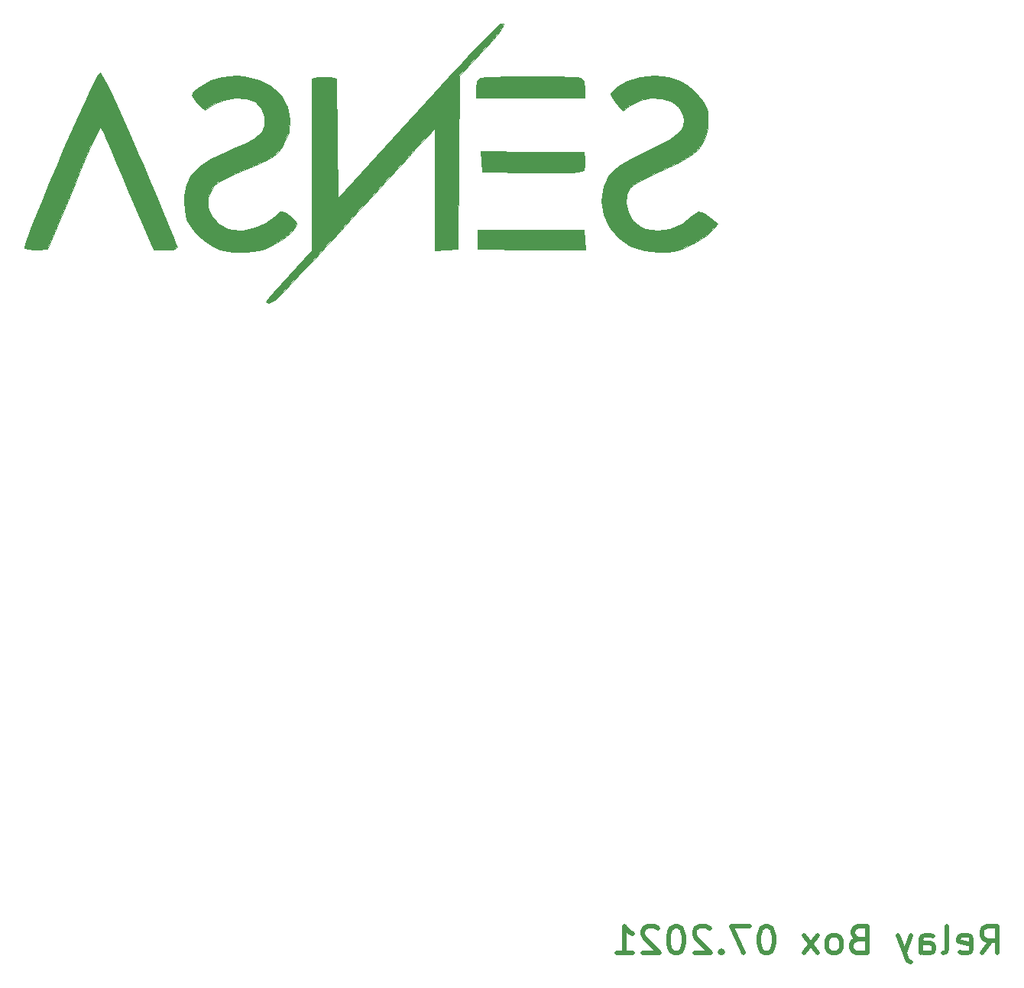
<source format=gbr>
%TF.GenerationSoftware,KiCad,Pcbnew,(5.1.9)-1*%
%TF.CreationDate,2021-07-24T23:41:22+02:00*%
%TF.ProjectId,RelayControls-HPK,52656c61-7943-46f6-9e74-726f6c732d48,V0.1*%
%TF.SameCoordinates,Original*%
%TF.FileFunction,Legend,Bot*%
%TF.FilePolarity,Positive*%
%FSLAX46Y46*%
G04 Gerber Fmt 4.6, Leading zero omitted, Abs format (unit mm)*
G04 Created by KiCad (PCBNEW (5.1.9)-1) date 2021-07-24 23:41:22*
%MOMM*%
%LPD*%
G01*
G04 APERTURE LIST*
%ADD10C,0.500000*%
%ADD11C,0.010000*%
G04 APERTURE END LIST*
D10*
X174035714Y-201857142D02*
X175035714Y-200428571D01*
X175750000Y-201857142D02*
X175750000Y-198857142D01*
X174607142Y-198857142D01*
X174321428Y-199000000D01*
X174178571Y-199142857D01*
X174035714Y-199428571D01*
X174035714Y-199857142D01*
X174178571Y-200142857D01*
X174321428Y-200285714D01*
X174607142Y-200428571D01*
X175750000Y-200428571D01*
X171607142Y-201714285D02*
X171892857Y-201857142D01*
X172464285Y-201857142D01*
X172750000Y-201714285D01*
X172892857Y-201428571D01*
X172892857Y-200285714D01*
X172750000Y-200000000D01*
X172464285Y-199857142D01*
X171892857Y-199857142D01*
X171607142Y-200000000D01*
X171464285Y-200285714D01*
X171464285Y-200571428D01*
X172892857Y-200857142D01*
X169750000Y-201857142D02*
X170035714Y-201714285D01*
X170178571Y-201428571D01*
X170178571Y-198857142D01*
X167321428Y-201857142D02*
X167321428Y-200285714D01*
X167464285Y-200000000D01*
X167750000Y-199857142D01*
X168321428Y-199857142D01*
X168607142Y-200000000D01*
X167321428Y-201714285D02*
X167607142Y-201857142D01*
X168321428Y-201857142D01*
X168607142Y-201714285D01*
X168750000Y-201428571D01*
X168750000Y-201142857D01*
X168607142Y-200857142D01*
X168321428Y-200714285D01*
X167607142Y-200714285D01*
X167321428Y-200571428D01*
X166178571Y-199857142D02*
X165464285Y-201857142D01*
X164750000Y-199857142D02*
X165464285Y-201857142D01*
X165750000Y-202571428D01*
X165892857Y-202714285D01*
X166178571Y-202857142D01*
X160321428Y-200285714D02*
X159892857Y-200428571D01*
X159750000Y-200571428D01*
X159607142Y-200857142D01*
X159607142Y-201285714D01*
X159750000Y-201571428D01*
X159892857Y-201714285D01*
X160178571Y-201857142D01*
X161321428Y-201857142D01*
X161321428Y-198857142D01*
X160321428Y-198857142D01*
X160035714Y-199000000D01*
X159892857Y-199142857D01*
X159750000Y-199428571D01*
X159750000Y-199714285D01*
X159892857Y-200000000D01*
X160035714Y-200142857D01*
X160321428Y-200285714D01*
X161321428Y-200285714D01*
X157892857Y-201857142D02*
X158178571Y-201714285D01*
X158321428Y-201571428D01*
X158464285Y-201285714D01*
X158464285Y-200428571D01*
X158321428Y-200142857D01*
X158178571Y-200000000D01*
X157892857Y-199857142D01*
X157464285Y-199857142D01*
X157178571Y-200000000D01*
X157035714Y-200142857D01*
X156892857Y-200428571D01*
X156892857Y-201285714D01*
X157035714Y-201571428D01*
X157178571Y-201714285D01*
X157464285Y-201857142D01*
X157892857Y-201857142D01*
X155892857Y-201857142D02*
X154321428Y-199857142D01*
X155892857Y-199857142D02*
X154321428Y-201857142D01*
X150321428Y-198857142D02*
X150035714Y-198857142D01*
X149750000Y-199000000D01*
X149607142Y-199142857D01*
X149464285Y-199428571D01*
X149321428Y-200000000D01*
X149321428Y-200714285D01*
X149464285Y-201285714D01*
X149607142Y-201571428D01*
X149750000Y-201714285D01*
X150035714Y-201857142D01*
X150321428Y-201857142D01*
X150607142Y-201714285D01*
X150750000Y-201571428D01*
X150892857Y-201285714D01*
X151035714Y-200714285D01*
X151035714Y-200000000D01*
X150892857Y-199428571D01*
X150750000Y-199142857D01*
X150607142Y-199000000D01*
X150321428Y-198857142D01*
X148321428Y-198857142D02*
X146321428Y-198857142D01*
X147607142Y-201857142D01*
X145178571Y-201571428D02*
X145035714Y-201714285D01*
X145178571Y-201857142D01*
X145321428Y-201714285D01*
X145178571Y-201571428D01*
X145178571Y-201857142D01*
X143892857Y-199142857D02*
X143750000Y-199000000D01*
X143464285Y-198857142D01*
X142750000Y-198857142D01*
X142464285Y-199000000D01*
X142321428Y-199142857D01*
X142178571Y-199428571D01*
X142178571Y-199714285D01*
X142321428Y-200142857D01*
X144035714Y-201857142D01*
X142178571Y-201857142D01*
X140321428Y-198857142D02*
X140035714Y-198857142D01*
X139750000Y-199000000D01*
X139607142Y-199142857D01*
X139464285Y-199428571D01*
X139321428Y-200000000D01*
X139321428Y-200714285D01*
X139464285Y-201285714D01*
X139607142Y-201571428D01*
X139750000Y-201714285D01*
X140035714Y-201857142D01*
X140321428Y-201857142D01*
X140607142Y-201714285D01*
X140750000Y-201571428D01*
X140892857Y-201285714D01*
X141035714Y-200714285D01*
X141035714Y-200000000D01*
X140892857Y-199428571D01*
X140750000Y-199142857D01*
X140607142Y-199000000D01*
X140321428Y-198857142D01*
X138178571Y-199142857D02*
X138035714Y-199000000D01*
X137750000Y-198857142D01*
X137035714Y-198857142D01*
X136750000Y-199000000D01*
X136607142Y-199142857D01*
X136464285Y-199428571D01*
X136464285Y-199714285D01*
X136607142Y-200142857D01*
X138321428Y-201857142D01*
X136464285Y-201857142D01*
X133607142Y-201857142D02*
X135321428Y-201857142D01*
X134464285Y-201857142D02*
X134464285Y-198857142D01*
X134750000Y-199285714D01*
X135035714Y-199571428D01*
X135321428Y-199714285D01*
D11*
%TO.C,G\u002A\u002A\u002A*%
G36*
X122761815Y-104632384D02*
G01*
X121315087Y-104648155D01*
X120057400Y-104675795D01*
X119092131Y-104715306D01*
X118522659Y-104766686D01*
X118437131Y-104787026D01*
X118113770Y-105180371D01*
X118014211Y-105990184D01*
X118014211Y-107031052D01*
X130045790Y-107031052D01*
X130045790Y-105990184D01*
X129936386Y-105152363D01*
X129622870Y-104787026D01*
X129212835Y-104731578D01*
X128371574Y-104688000D01*
X127202463Y-104656291D01*
X125808881Y-104636452D01*
X124294205Y-104628483D01*
X122761815Y-104632384D01*
G37*
X122761815Y-104632384D02*
X121315087Y-104648155D01*
X120057400Y-104675795D01*
X119092131Y-104715306D01*
X118522659Y-104766686D01*
X118437131Y-104787026D01*
X118113770Y-105180371D01*
X118014211Y-105990184D01*
X118014211Y-107031052D01*
X130045790Y-107031052D01*
X130045790Y-105990184D01*
X129936386Y-105152363D01*
X129622870Y-104787026D01*
X129212835Y-104731578D01*
X128371574Y-104688000D01*
X127202463Y-104656291D01*
X125808881Y-104636452D01*
X124294205Y-104628483D01*
X122761815Y-104632384D01*
G36*
X118600155Y-114044111D02*
G01*
X118682632Y-115185789D01*
X124236829Y-115258075D01*
X126141336Y-115277456D01*
X127575807Y-115277001D01*
X128604694Y-115253186D01*
X129292449Y-115202490D01*
X129703523Y-115121390D01*
X129902369Y-115006363D01*
X129938347Y-114946450D01*
X130019145Y-114404505D01*
X129998886Y-113804690D01*
X129912106Y-113046842D01*
X124214892Y-112974637D01*
X118517677Y-112902432D01*
X118600155Y-114044111D01*
G37*
X118600155Y-114044111D02*
X118682632Y-115185789D01*
X124236829Y-115258075D01*
X126141336Y-115277456D01*
X127575807Y-115277001D01*
X128604694Y-115253186D01*
X129292449Y-115202490D01*
X129703523Y-115121390D01*
X129902369Y-115006363D01*
X129938347Y-114946450D01*
X130019145Y-114404505D01*
X129998886Y-113804690D01*
X129912106Y-113046842D01*
X124214892Y-112974637D01*
X118517677Y-112902432D01*
X118600155Y-114044111D01*
G36*
X76116644Y-104460789D02*
G01*
X75750891Y-105129027D01*
X75241019Y-106163779D01*
X74614727Y-107500428D01*
X73899716Y-109074356D01*
X73123685Y-110820945D01*
X72314335Y-112675577D01*
X71499366Y-114573635D01*
X70706477Y-116450500D01*
X69963369Y-118241555D01*
X69297741Y-119882182D01*
X68737294Y-121307764D01*
X68309728Y-122453682D01*
X68042742Y-123255318D01*
X67964037Y-123648055D01*
X67973553Y-123672079D01*
X68367602Y-123800534D01*
X69072289Y-123838972D01*
X69367121Y-123825569D01*
X70523209Y-123741579D01*
X73345820Y-116990526D01*
X74091478Y-115221566D01*
X74775765Y-113625780D01*
X75370586Y-112266487D01*
X75847848Y-111207007D01*
X76179455Y-110510658D01*
X76337313Y-110240761D01*
X76341238Y-110239473D01*
X76534605Y-110464032D01*
X76823395Y-111031565D01*
X76961931Y-111358854D01*
X77195557Y-111928086D01*
X77601607Y-112901858D01*
X78143294Y-114192602D01*
X78783828Y-115712749D01*
X79486420Y-117374730D01*
X79826254Y-118176749D01*
X82242689Y-123875263D01*
X83551608Y-123875263D01*
X84439425Y-123813768D01*
X84833888Y-123624420D01*
X84860527Y-123529464D01*
X84757994Y-123214088D01*
X84465728Y-122463538D01*
X84006731Y-121333243D01*
X83404003Y-119878630D01*
X82680543Y-118155125D01*
X81859352Y-116218156D01*
X80963431Y-114123150D01*
X80783158Y-113703675D01*
X79563638Y-110891825D01*
X78537223Y-108576221D01*
X77702956Y-106754829D01*
X77059876Y-105425616D01*
X76607025Y-104586548D01*
X76343443Y-104235592D01*
X76310578Y-104223684D01*
X76116644Y-104460789D01*
G37*
X76116644Y-104460789D02*
X75750891Y-105129027D01*
X75241019Y-106163779D01*
X74614727Y-107500428D01*
X73899716Y-109074356D01*
X73123685Y-110820945D01*
X72314335Y-112675577D01*
X71499366Y-114573635D01*
X70706477Y-116450500D01*
X69963369Y-118241555D01*
X69297741Y-119882182D01*
X68737294Y-121307764D01*
X68309728Y-122453682D01*
X68042742Y-123255318D01*
X67964037Y-123648055D01*
X67973553Y-123672079D01*
X68367602Y-123800534D01*
X69072289Y-123838972D01*
X69367121Y-123825569D01*
X70523209Y-123741579D01*
X73345820Y-116990526D01*
X74091478Y-115221566D01*
X74775765Y-113625780D01*
X75370586Y-112266487D01*
X75847848Y-111207007D01*
X76179455Y-110510658D01*
X76337313Y-110240761D01*
X76341238Y-110239473D01*
X76534605Y-110464032D01*
X76823395Y-111031565D01*
X76961931Y-111358854D01*
X77195557Y-111928086D01*
X77601607Y-112901858D01*
X78143294Y-114192602D01*
X78783828Y-115712749D01*
X79486420Y-117374730D01*
X79826254Y-118176749D01*
X82242689Y-123875263D01*
X83551608Y-123875263D01*
X84439425Y-123813768D01*
X84833888Y-123624420D01*
X84860527Y-123529464D01*
X84757994Y-123214088D01*
X84465728Y-122463538D01*
X84006731Y-121333243D01*
X83404003Y-119878630D01*
X82680543Y-118155125D01*
X81859352Y-116218156D01*
X80963431Y-114123150D01*
X80783158Y-113703675D01*
X79563638Y-110891825D01*
X78537223Y-108576221D01*
X77702956Y-106754829D01*
X77059876Y-105425616D01*
X76607025Y-104586548D01*
X76343443Y-104235592D01*
X76310578Y-104223684D01*
X76116644Y-104460789D01*
G36*
X118147895Y-123741579D02*
G01*
X124112468Y-123813578D01*
X130077040Y-123885577D01*
X129912106Y-121602631D01*
X118147895Y-121602631D01*
X118147895Y-123741579D01*
G37*
X118147895Y-123741579D02*
X124112468Y-123813578D01*
X130077040Y-123885577D01*
X129912106Y-121602631D01*
X118147895Y-121602631D01*
X118147895Y-123741579D01*
G36*
X89881857Y-104679889D02*
G01*
X88606180Y-105058597D01*
X87338222Y-105774751D01*
X87335511Y-105776582D01*
X86693510Y-106286537D01*
X86520646Y-106722688D01*
X86806415Y-107228873D01*
X87200000Y-107632097D01*
X87935263Y-108333186D01*
X89004737Y-107683489D01*
X90100327Y-107228924D01*
X91349721Y-107028961D01*
X92553735Y-107093666D01*
X93513182Y-107433103D01*
X93545900Y-107454005D01*
X94204214Y-108163849D01*
X94572049Y-109121358D01*
X94572834Y-110097847D01*
X94505749Y-110320662D01*
X94279497Y-110765276D01*
X93915149Y-111164090D01*
X93331145Y-111569521D01*
X92445925Y-112033983D01*
X91177929Y-112609891D01*
X90464626Y-112917704D01*
X88657570Y-113779574D01*
X87326789Y-114642800D01*
X86417305Y-115569699D01*
X85874144Y-116622585D01*
X85642329Y-117863775D01*
X85624436Y-118404053D01*
X85715250Y-119457897D01*
X85946212Y-120453668D01*
X86079240Y-120795543D01*
X86813870Y-121873018D01*
X87877791Y-122868775D01*
X89072778Y-123613534D01*
X89635310Y-123832335D01*
X90970021Y-124071008D01*
X92484293Y-124097623D01*
X93912626Y-123917501D01*
X94561606Y-123733629D01*
X95557305Y-123266940D01*
X96578485Y-122627661D01*
X97447815Y-121939641D01*
X97973221Y-121350949D01*
X98130792Y-120955372D01*
X97962256Y-120602023D01*
X97527983Y-120215824D01*
X96835095Y-119737088D01*
X96336970Y-119650563D01*
X95869316Y-119952200D01*
X95663544Y-120169866D01*
X94745834Y-120886935D01*
X93516433Y-121429261D01*
X92191108Y-121710030D01*
X91784803Y-121730444D01*
X90512448Y-121529485D01*
X89454328Y-120972961D01*
X88683443Y-120149796D01*
X88272796Y-119148917D01*
X88295388Y-118059250D01*
X88430875Y-117644876D01*
X88679977Y-117116833D01*
X88983101Y-116701500D01*
X89433841Y-116334250D01*
X90125788Y-115950459D01*
X91152534Y-115485500D01*
X92193534Y-115046749D01*
X93661785Y-114420788D01*
X94722363Y-113921422D01*
X95469097Y-113489668D01*
X95995815Y-113066543D01*
X96396347Y-112593062D01*
X96608155Y-112271568D01*
X97241125Y-110813275D01*
X97386128Y-109367537D01*
X97087310Y-107999811D01*
X96388818Y-106775556D01*
X95334796Y-105760230D01*
X93969393Y-105019288D01*
X92336753Y-104618191D01*
X91411053Y-104565590D01*
X89881857Y-104679889D01*
G37*
X89881857Y-104679889D02*
X88606180Y-105058597D01*
X87338222Y-105774751D01*
X87335511Y-105776582D01*
X86693510Y-106286537D01*
X86520646Y-106722688D01*
X86806415Y-107228873D01*
X87200000Y-107632097D01*
X87935263Y-108333186D01*
X89004737Y-107683489D01*
X90100327Y-107228924D01*
X91349721Y-107028961D01*
X92553735Y-107093666D01*
X93513182Y-107433103D01*
X93545900Y-107454005D01*
X94204214Y-108163849D01*
X94572049Y-109121358D01*
X94572834Y-110097847D01*
X94505749Y-110320662D01*
X94279497Y-110765276D01*
X93915149Y-111164090D01*
X93331145Y-111569521D01*
X92445925Y-112033983D01*
X91177929Y-112609891D01*
X90464626Y-112917704D01*
X88657570Y-113779574D01*
X87326789Y-114642800D01*
X86417305Y-115569699D01*
X85874144Y-116622585D01*
X85642329Y-117863775D01*
X85624436Y-118404053D01*
X85715250Y-119457897D01*
X85946212Y-120453668D01*
X86079240Y-120795543D01*
X86813870Y-121873018D01*
X87877791Y-122868775D01*
X89072778Y-123613534D01*
X89635310Y-123832335D01*
X90970021Y-124071008D01*
X92484293Y-124097623D01*
X93912626Y-123917501D01*
X94561606Y-123733629D01*
X95557305Y-123266940D01*
X96578485Y-122627661D01*
X97447815Y-121939641D01*
X97973221Y-121350949D01*
X98130792Y-120955372D01*
X97962256Y-120602023D01*
X97527983Y-120215824D01*
X96835095Y-119737088D01*
X96336970Y-119650563D01*
X95869316Y-119952200D01*
X95663544Y-120169866D01*
X94745834Y-120886935D01*
X93516433Y-121429261D01*
X92191108Y-121710030D01*
X91784803Y-121730444D01*
X90512448Y-121529485D01*
X89454328Y-120972961D01*
X88683443Y-120149796D01*
X88272796Y-119148917D01*
X88295388Y-118059250D01*
X88430875Y-117644876D01*
X88679977Y-117116833D01*
X88983101Y-116701500D01*
X89433841Y-116334250D01*
X90125788Y-115950459D01*
X91152534Y-115485500D01*
X92193534Y-115046749D01*
X93661785Y-114420788D01*
X94722363Y-113921422D01*
X95469097Y-113489668D01*
X95995815Y-113066543D01*
X96396347Y-112593062D01*
X96608155Y-112271568D01*
X97241125Y-110813275D01*
X97386128Y-109367537D01*
X97087310Y-107999811D01*
X96388818Y-106775556D01*
X95334796Y-105760230D01*
X93969393Y-105019288D01*
X92336753Y-104618191D01*
X91411053Y-104565590D01*
X89881857Y-104679889D01*
G36*
X136232967Y-104712905D02*
G01*
X134774807Y-105137847D01*
X133580373Y-105802668D01*
X133151026Y-106195246D01*
X132919529Y-106525359D01*
X132956565Y-106852046D01*
X133303259Y-107346873D01*
X133477842Y-107558601D01*
X134226697Y-108455609D01*
X135051454Y-107845840D01*
X136205845Y-107229405D01*
X137424789Y-106970555D01*
X138607505Y-107040636D01*
X139653214Y-107410995D01*
X140461135Y-108052977D01*
X140930487Y-108937930D01*
X141007895Y-109539356D01*
X140941451Y-110099005D01*
X140699088Y-110596663D01*
X140216264Y-111084166D01*
X139428436Y-111613347D01*
X138271060Y-112236043D01*
X136713535Y-112988167D01*
X135161300Y-113752117D01*
X134028489Y-114411992D01*
X133229720Y-115040120D01*
X132679613Y-115708825D01*
X132292789Y-116490433D01*
X132168937Y-116837876D01*
X131904604Y-118411773D01*
X132118230Y-119922853D01*
X132753070Y-121302289D01*
X133752379Y-122481252D01*
X135059414Y-123390916D01*
X136617430Y-123962453D01*
X138181628Y-124130896D01*
X139252765Y-124065160D01*
X140267532Y-123908819D01*
X140772001Y-123773508D01*
X142227154Y-123103705D01*
X143538043Y-122228707D01*
X144167594Y-121654494D01*
X144778171Y-121004564D01*
X143941993Y-120300966D01*
X143205635Y-119767649D01*
X142660521Y-119641573D01*
X142163377Y-119912797D01*
X141918281Y-120160556D01*
X140856580Y-120990984D01*
X139533746Y-121524967D01*
X138119277Y-121727901D01*
X136782667Y-121565184D01*
X136186512Y-121330737D01*
X135378566Y-120659377D01*
X134834660Y-119710270D01*
X134596180Y-118644056D01*
X134704512Y-117621376D01*
X135058948Y-116954158D01*
X135475508Y-116634703D01*
X136274718Y-116169674D01*
X137345559Y-115619001D01*
X138577010Y-115042617D01*
X138706690Y-114984999D01*
X140429265Y-114173787D01*
X141702679Y-113438504D01*
X142593802Y-112714886D01*
X143169506Y-111938669D01*
X143496661Y-111045591D01*
X143618755Y-110264499D01*
X143661336Y-109330770D01*
X143620917Y-108511363D01*
X143576656Y-108253613D01*
X143166754Y-107402763D01*
X142415493Y-106478506D01*
X141465942Y-105633877D01*
X140632579Y-105104403D01*
X139317575Y-104673478D01*
X137799130Y-104550547D01*
X136232967Y-104712905D01*
G37*
X136232967Y-104712905D02*
X134774807Y-105137847D01*
X133580373Y-105802668D01*
X133151026Y-106195246D01*
X132919529Y-106525359D01*
X132956565Y-106852046D01*
X133303259Y-107346873D01*
X133477842Y-107558601D01*
X134226697Y-108455609D01*
X135051454Y-107845840D01*
X136205845Y-107229405D01*
X137424789Y-106970555D01*
X138607505Y-107040636D01*
X139653214Y-107410995D01*
X140461135Y-108052977D01*
X140930487Y-108937930D01*
X141007895Y-109539356D01*
X140941451Y-110099005D01*
X140699088Y-110596663D01*
X140216264Y-111084166D01*
X139428436Y-111613347D01*
X138271060Y-112236043D01*
X136713535Y-112988167D01*
X135161300Y-113752117D01*
X134028489Y-114411992D01*
X133229720Y-115040120D01*
X132679613Y-115708825D01*
X132292789Y-116490433D01*
X132168937Y-116837876D01*
X131904604Y-118411773D01*
X132118230Y-119922853D01*
X132753070Y-121302289D01*
X133752379Y-122481252D01*
X135059414Y-123390916D01*
X136617430Y-123962453D01*
X138181628Y-124130896D01*
X139252765Y-124065160D01*
X140267532Y-123908819D01*
X140772001Y-123773508D01*
X142227154Y-123103705D01*
X143538043Y-122228707D01*
X144167594Y-121654494D01*
X144778171Y-121004564D01*
X143941993Y-120300966D01*
X143205635Y-119767649D01*
X142660521Y-119641573D01*
X142163377Y-119912797D01*
X141918281Y-120160556D01*
X140856580Y-120990984D01*
X139533746Y-121524967D01*
X138119277Y-121727901D01*
X136782667Y-121565184D01*
X136186512Y-121330737D01*
X135378566Y-120659377D01*
X134834660Y-119710270D01*
X134596180Y-118644056D01*
X134704512Y-117621376D01*
X135058948Y-116954158D01*
X135475508Y-116634703D01*
X136274718Y-116169674D01*
X137345559Y-115619001D01*
X138577010Y-115042617D01*
X138706690Y-114984999D01*
X140429265Y-114173787D01*
X141702679Y-113438504D01*
X142593802Y-112714886D01*
X143169506Y-111938669D01*
X143496661Y-111045591D01*
X143618755Y-110264499D01*
X143661336Y-109330770D01*
X143620917Y-108511363D01*
X143576656Y-108253613D01*
X143166754Y-107402763D01*
X142415493Y-106478506D01*
X141465942Y-105633877D01*
X140632579Y-105104403D01*
X139317575Y-104673478D01*
X137799130Y-104550547D01*
X136232967Y-104712905D01*
G36*
X120595243Y-98823573D02*
G01*
X120343171Y-99044898D01*
X119767754Y-99622972D01*
X118905495Y-100519003D01*
X117792899Y-101694201D01*
X116466469Y-103109774D01*
X114962711Y-104726933D01*
X113318128Y-106506885D01*
X111569225Y-108410840D01*
X111426343Y-108566866D01*
X102640527Y-118163157D01*
X102569102Y-111531575D01*
X102497677Y-104899992D01*
X101833839Y-104733380D01*
X101031599Y-104667590D01*
X100501579Y-104734530D01*
X99833158Y-104902293D01*
X99833158Y-123946489D01*
X97293158Y-126689413D01*
X96376703Y-127690090D01*
X95607299Y-128551173D01*
X95050685Y-129197466D01*
X94772599Y-129553772D01*
X94753158Y-129594853D01*
X94946036Y-129744496D01*
X95504053Y-129540458D01*
X95724098Y-129419216D01*
X96026332Y-129152787D01*
X96644376Y-128534377D01*
X97535772Y-127608980D01*
X98658063Y-126421589D01*
X99968792Y-125017199D01*
X101425502Y-123440801D01*
X102985734Y-121737390D01*
X103344098Y-121344090D01*
X104973423Y-119555898D01*
X106550315Y-117828437D01*
X108024409Y-116216647D01*
X109345343Y-114775471D01*
X110462754Y-113559850D01*
X111326276Y-112624724D01*
X111885548Y-112025035D01*
X111922268Y-111986195D01*
X113450325Y-110373158D01*
X113459636Y-117138860D01*
X113468948Y-123904562D01*
X114738948Y-123823070D01*
X116008948Y-123741579D01*
X116079202Y-114150641D01*
X116149457Y-104559704D01*
X118724592Y-101778838D01*
X119851887Y-100534997D01*
X120606782Y-99635234D01*
X121004592Y-99055358D01*
X121060628Y-98771177D01*
X120790204Y-98758499D01*
X120595243Y-98823573D01*
G37*
X120595243Y-98823573D02*
X120343171Y-99044898D01*
X119767754Y-99622972D01*
X118905495Y-100519003D01*
X117792899Y-101694201D01*
X116466469Y-103109774D01*
X114962711Y-104726933D01*
X113318128Y-106506885D01*
X111569225Y-108410840D01*
X111426343Y-108566866D01*
X102640527Y-118163157D01*
X102569102Y-111531575D01*
X102497677Y-104899992D01*
X101833839Y-104733380D01*
X101031599Y-104667590D01*
X100501579Y-104734530D01*
X99833158Y-104902293D01*
X99833158Y-123946489D01*
X97293158Y-126689413D01*
X96376703Y-127690090D01*
X95607299Y-128551173D01*
X95050685Y-129197466D01*
X94772599Y-129553772D01*
X94753158Y-129594853D01*
X94946036Y-129744496D01*
X95504053Y-129540458D01*
X95724098Y-129419216D01*
X96026332Y-129152787D01*
X96644376Y-128534377D01*
X97535772Y-127608980D01*
X98658063Y-126421589D01*
X99968792Y-125017199D01*
X101425502Y-123440801D01*
X102985734Y-121737390D01*
X103344098Y-121344090D01*
X104973423Y-119555898D01*
X106550315Y-117828437D01*
X108024409Y-116216647D01*
X109345343Y-114775471D01*
X110462754Y-113559850D01*
X111326276Y-112624724D01*
X111885548Y-112025035D01*
X111922268Y-111986195D01*
X113450325Y-110373158D01*
X113459636Y-117138860D01*
X113468948Y-123904562D01*
X114738948Y-123823070D01*
X116008948Y-123741579D01*
X116079202Y-114150641D01*
X116149457Y-104559704D01*
X118724592Y-101778838D01*
X119851887Y-100534997D01*
X120606782Y-99635234D01*
X121004592Y-99055358D01*
X121060628Y-98771177D01*
X120790204Y-98758499D01*
X120595243Y-98823573D01*
%TD*%
M02*

</source>
